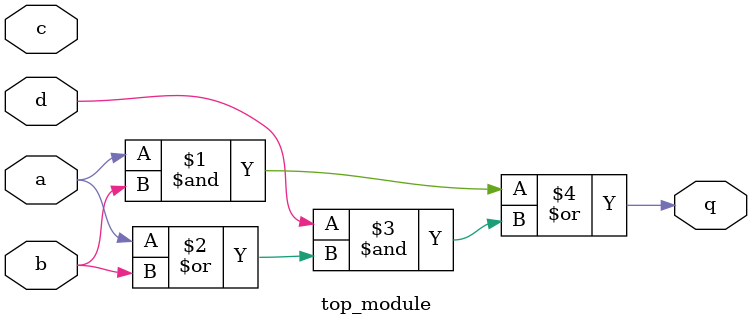
<source format=sv>
module top_module (
    input a, 
    input b, 
    input c, 
    input d,
    output q
);

    assign q = (a & b) | (d & (a | b));

endmodule

</source>
